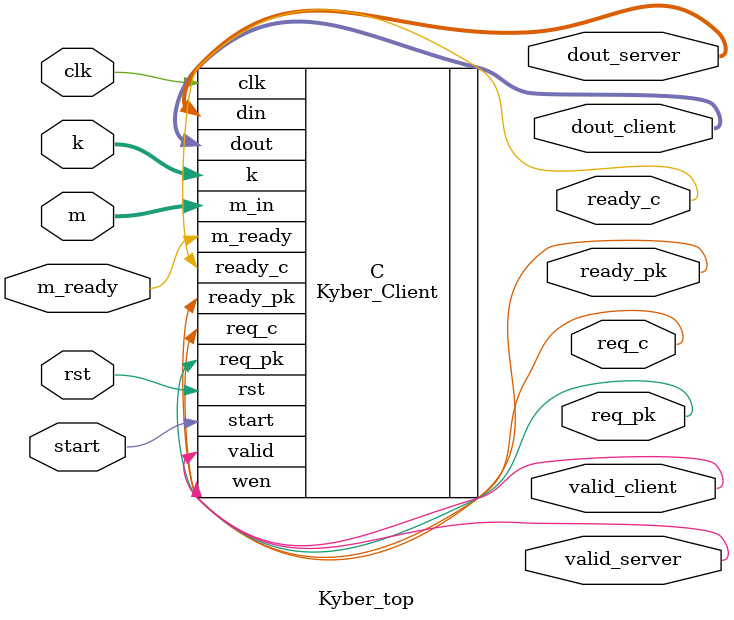
<source format=v>
`timescale 1ns / 1ps
module Kyber_top(
    input         clk, rst, start,
    input  [2:0]  k,
    output        ready_pk, ready_c,
    output        req_pk, req_c,
    output        valid_server, valid_client,
    output [31:0] dout_server, dout_client,
    input  [31:0] m,
    input         m_ready
);
/*
Kyber_Server S(
.clk(clk),
.rst(rst),
.start(start),
.wen(valid_client),
.k(k),
.din(dout_client),
.ready_pk(ready_pk),
.ready_c(ready_c),
.req_pk(req_pk),
.req_c(req_c),
.valid(valid_server),
.dout(dout_server)
);
*/
Kyber_Client C(
.clk(clk),
.rst(rst),
.start(start),
.wen(valid_server),
.k(k),
.din(dout_server),
.ready_pk(ready_pk),
.ready_c(ready_c),
.req_pk(req_pk),
.req_c(req_c),
.valid(valid_client),
.dout(dout_client),
.m_in(m),
.m_ready(m_ready)
);

endmodule
</source>
